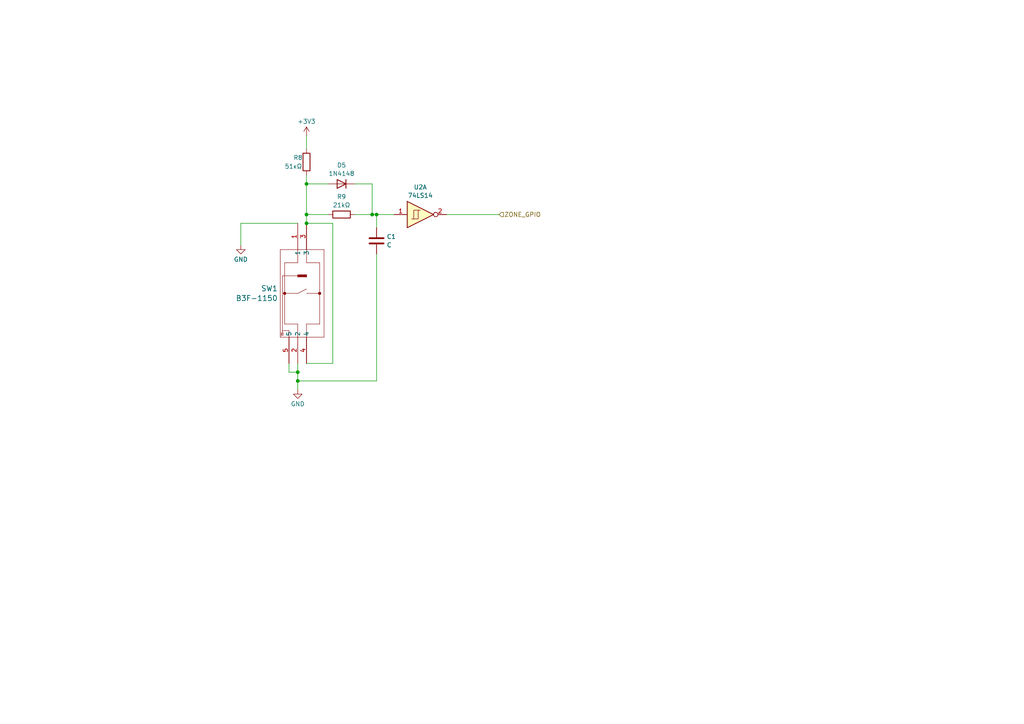
<source format=kicad_sch>
(kicad_sch (version 20230121) (generator eeschema)
  (paper "A4")
  (lib_symbols
    (symbol "74xx:74LS14" (pin_names (offset 1.016))
      (property "Reference" "U" (at 0 1.27 0))
      (property "Value" "74LS14" (at 0 -1.27 0))
      (symbol "74LS14_1_0"
        (polyline (pts (xy -3.81 3.81) (xy -3.81 -3.81) (xy 3.81 0) (xy -3.81 3.81)) (stroke (width 0.254)) (fill (type background)))
        (pin input line (at -7.62 0 0) (length 3.81) (name "~") (number "1"))
        (pin output inverted (at 7.62 0 180) (length 3.81) (name "~") (number "2"))
      )
      (symbol "74LS14_1_1"
        (polyline (pts (xy -1.905 -1.27) (xy -1.905 1.27) (xy -0.635 1.27)))
        (polyline (pts (xy -2.54 -1.27) (xy -0.635 -1.27) (xy -0.635 1.27) (xy 0 1.27)))
      )
      (symbol "74LS14_2_0"
        (polyline (pts (xy -3.81 3.81) (xy -3.81 -3.81) (xy 3.81 0) (xy -3.81 3.81)) (stroke (width 0.254)) (fill (type background)))
        (pin input line (at -7.62 0 0) (length 3.81) (name "~") (number "3"))
        (pin output inverted (at 7.62 0 180) (length 3.81) (name "~") (number "4"))
      )
      (symbol "74LS14_2_1"
        (polyline (pts (xy -1.905 -1.27) (xy -1.905 1.27) (xy -0.635 1.27)))
        (polyline (pts (xy -2.54 -1.27) (xy -0.635 -1.27) (xy -0.635 1.27) (xy 0 1.27)))
      )
      (symbol "74LS14_3_0"
        (polyline (pts (xy -3.81 3.81) (xy -3.81 -3.81) (xy 3.81 0) (xy -3.81 3.81)) (stroke (width 0.254)) (fill (type background)))
        (pin input line (at -7.62 0 0) (length 3.81) (name "~") (number "5"))
        (pin output inverted (at 7.62 0 180) (length 3.81) (name "~") (number "6"))
      )
      (symbol "74LS14_3_1"
        (polyline (pts (xy -1.905 -1.27) (xy -1.905 1.27) (xy -0.635 1.27)))
        (polyline (pts (xy -2.54 -1.27) (xy -0.635 -1.27) (xy -0.635 1.27) (xy 0 1.27)))
      )
      (symbol "74LS14_4_0"
        (polyline (pts (xy -3.81 3.81) (xy -3.81 -3.81) (xy 3.81 0) (xy -3.81 3.81)) (stroke (width 0.254)) (fill (type background)))
        (pin output inverted (at 7.62 0 180) (length 3.81) (name "~") (number "8"))
        (pin input line (at -7.62 0 0) (length 3.81) (name "~") (number "9"))
      )
      (symbol "74LS14_4_1"
        (polyline (pts (xy -1.905 -1.27) (xy -1.905 1.27) (xy -0.635 1.27)))
        (polyline (pts (xy -2.54 -1.27) (xy -0.635 -1.27) (xy -0.635 1.27) (xy 0 1.27)))
      )
      (symbol "74LS14_5_0"
        (polyline (pts (xy -3.81 3.81) (xy -3.81 -3.81) (xy 3.81 0) (xy -3.81 3.81)) (stroke (width 0.254)) (fill (type background)))
        (pin output inverted (at 7.62 0 180) (length 3.81) (name "~") (number "10"))
        (pin input line (at -7.62 0 0) (length 3.81) (name "~") (number "11"))
      )
      (symbol "74LS14_5_1"
        (polyline (pts (xy -1.905 -1.27) (xy -1.905 1.27) (xy -0.635 1.27)))
        (polyline (pts (xy -2.54 -1.27) (xy -0.635 -1.27) (xy -0.635 1.27) (xy 0 1.27)))
      )
      (symbol "74LS14_6_0"
        (polyline (pts (xy -3.81 3.81) (xy -3.81 -3.81) (xy 3.81 0) (xy -3.81 3.81)) (stroke (width 0.254)) (fill (type background)))
        (pin output inverted (at 7.62 0 180) (length 3.81) (name "~") (number "12"))
        (pin input line (at -7.62 0 0) (length 3.81) (name "~") (number "13"))
      )
      (symbol "74LS14_6_1"
        (polyline (pts (xy -1.905 -1.27) (xy -1.905 1.27) (xy -0.635 1.27)))
        (polyline (pts (xy -2.54 -1.27) (xy -0.635 -1.27) (xy -0.635 1.27) (xy 0 1.27)))
      )
      (symbol "74LS14_7_0"
        (pin power_in line (at 0 12.7 270) (length 5.08) (name "VCC") (number "14"))
        (pin power_in line (at 0 -12.7 90) (length 5.08) (name "GND") (number "7"))
      )
      (symbol "74LS14_7_1"
        (rectangle (start -5.08 7.62) (end 5.08 -7.62) (stroke (width 0.254)) (fill (type background)))
      )
    )
    (symbol "Device:C" (pin_numbers hide) (pin_names (offset 0.254))
      (property "Reference" "C" (at 0.635 2.54 0))
      (property "Value" "C" (at 0.635 -2.54 0))
      (symbol "C_0_1"
        (polyline (pts (xy -2.032 -0.762) (xy 2.032 -0.762)) (stroke (width 0.508)))
        (polyline (pts (xy -2.032 0.762) (xy 2.032 0.762)) (stroke (width 0.508)))
      )
      (symbol "C_1_1"
        (pin passive line (at 0 3.81 270) (length 2.794) (name "~") (number "1"))
        (pin passive line (at 0 -3.81 90) (length 2.794) (name "~") (number "2"))
      )
    )
    (symbol "Device:R" (pin_numbers hide) (pin_names (offset 0))
      (property "Reference" "R" (at 2.032 0 90))
      (property "Value" "R" (at 0 0 90))
      (symbol "R_0_1"
        (rectangle (start -1.016 -2.54) (end 1.016 2.54) (stroke (width 0.254)))
      )
      (symbol "R_1_1"
        (pin passive line (at 0 3.81 270) (length 1.27) (name "~") (number "1"))
        (pin passive line (at 0 -3.81 90) (length 1.27) (name "~") (number "2"))
      )
    )
    (symbol "Diode:1N4148" (pin_numbers hide) (pin_names hide)
      (property "Reference" "D" (at 0 2.54 0))
      (property "Value" "1N4148" (at 0 -2.54 0))
      (symbol "1N4148_0_1"
        (polyline (pts (xy -1.27 1.27) (xy -1.27 -1.27)) (stroke (width 0.254)))
        (polyline (pts (xy 1.27 0) (xy -1.27 0)))
        (polyline (pts (xy 1.27 1.27) (xy 1.27 -1.27) (xy -1.27 0) (xy 1.27 1.27)) (stroke (width 0.254)))
      )
      (symbol "1N4148_1_1"
        (pin passive line (at -3.81 0 0) (length 2.54) (name "K") (number "1"))
        (pin passive line (at 3.81 0 180) (length 2.54) (name "A") (number "2"))
      )
    )
    (symbol "power:+3V3" (power) (pin_names (offset 0))
      (property "Value" "+3V3" (at 0 3.556 0))
      (symbol "+3V3_0_1"
        (polyline (pts (xy -0.762 1.27) (xy 0 2.54)))
        (polyline (pts (xy 0 0) (xy 0 2.54)))
        (polyline (pts (xy 0 2.54) (xy 0.762 1.27)))
      )
      (symbol "+3V3_1_1"
        (pin power_in line (at 0 0 90) (length 0) hide (name "+3V3") (number "1"))
      )
    )
    (symbol "power:GND" (power) (pin_names (offset 0))
      (property "Value" "GND" (at 0 -3.81 0))
      (symbol "GND_0_1"
        (polyline (pts (xy 0 0) (xy 0 -1.27) (xy 1.27 -1.27) (xy 0 -2.54) (xy -1.27 -1.27) (xy 0 -1.27)))
      )
      (symbol "GND_1_1"
        (pin power_in line (at 0 0 270) (length 0) hide (name "GND") (number "1"))
      )
    )
    (symbol "tl2c-esp:B3F-1150" (pin_names (offset 0.254))
      (property "Reference" "SW" (at 20.32 10.16 0))
      (property "Value" "B3F-1150" (at 20.32 7.62 0))
      (symbol "B3F-1150_0_1"
        (polyline (pts (xy 7.62 -7.62) (xy 33.02 -7.62)) (stroke (width 0.127)))
        (polyline (pts (xy 7.62 -2.54) (xy 11.43 -2.54)) (stroke (width 0.127)))
        (polyline (pts (xy 7.62 0) (xy 11.43 0)) (stroke (width 0.127)))
        (polyline (pts (xy 7.62 5.08) (xy 7.62 -7.62)) (stroke (width 0.127)))
        (polyline (pts (xy 11.43 -6.35) (xy 29.21 -6.35)) (stroke (width 0.127)))
        (polyline (pts (xy 11.43 -2.54) (xy 11.43 -6.35)) (stroke (width 0.127)))
        (polyline (pts (xy 11.43 0) (xy 11.43 3.81)) (stroke (width 0.127)))
        (polyline (pts (xy 14.9225 -2.54) (xy 14.9225 0)) (stroke (width 0.127)))
        (polyline (pts (xy 14.9225 0) (xy 15.5575 0)) (stroke (width 0.127)))
        (polyline (pts (xy 15.24 0) (xy 15.24 4.445)) (stroke (width 0.127)))
        (polyline (pts (xy 15.24 4.445) (xy 31.75 4.445)) (stroke (width 0.127)))
        (polyline (pts (xy 15.5575 -2.54) (xy 14.9225 -2.54)) (stroke (width 0.127)))
        (polyline (pts (xy 15.5575 0) (xy 15.5575 -2.54)) (stroke (width 0.127)))
        (polyline (pts (xy 20.32 -2.54) (xy 20.32 -6.35)) (stroke (width 0.127)))
        (polyline (pts (xy 20.32 0) (xy 19.05 -2.54)) (stroke (width 0.127)))
        (polyline (pts (xy 20.32 3.81) (xy 20.32 0)) (stroke (width 0.127)))
        (polyline (pts (xy 29.21 -6.35) (xy 29.21 -2.54)) (stroke (width 0.127)))
        (polyline (pts (xy 29.21 -2.54) (xy 33.02 -2.54)) (stroke (width 0.127)))
        (polyline (pts (xy 29.21 0) (xy 29.21 3.81)) (stroke (width 0.127)))
        (polyline (pts (xy 29.21 3.81) (xy 11.43 3.81)) (stroke (width 0.127)))
        (polyline (pts (xy 31.115 2.54) (xy 33.02 2.54)) (stroke (width 0.127)))
        (polyline (pts (xy 31.115 4.445) (xy 31.115 2.54)) (stroke (width 0.127)))
        (polyline (pts (xy 31.75 4.1275) (xy 31.9088 4.7625)) (stroke (width 0.127)))
        (polyline (pts (xy 31.75 4.7625) (xy 32.5438 4.7625)) (stroke (width 0.127)))
        (polyline (pts (xy 32.0675 4.1275) (xy 32.2263 4.7625)) (stroke (width 0.127)))
        (polyline (pts (xy 32.5438 4.7625) (xy 32.385 4.1275)) (stroke (width 0.127)))
        (polyline (pts (xy 33.02 -7.62) (xy 33.02 5.08)) (stroke (width 0.127)))
        (polyline (pts (xy 33.02 0) (xy 29.21 0)) (stroke (width 0.127)))
        (polyline (pts (xy 33.02 5.08) (xy 7.62 5.08)) (stroke (width 0.127)))
        (polyline (pts (xy 15.5575 0) (xy 14.9225 0) (xy 14.9225 -2.54) (xy 15.5575 -2.54)) (fill (type outline)))
        (circle (center 20.32 -6.35) (radius 0.254) (stroke (width 0.381)))
        (circle (center 20.32 3.81) (radius 0.254) (stroke (width 0.381)))
        (pin unspecified line (at 0 0 0) (length 7.62) (name "1") (number "1"))
        (pin unspecified line (at 40.64 0 180) (length 7.62) (name "2") (number "2"))
        (pin unspecified line (at 0 -2.54 0) (length 7.62) (name "3") (number "3"))
        (pin unspecified line (at 40.64 -2.54 180) (length 7.62) (name "4") (number "4"))
        (pin unspecified line (at 40.64 2.54 180) (length 7.62) (name "5") (number "5"))
      )
    )
  )
  (junction (at 107.95 62.23))
  (junction (at 109.22 62.23))
  (junction (at 88.9 64.77))
  (junction (at 86.36 110.49))
  (junction (at 88.9 62.23))
  (junction (at 86.36 107.95))
  (junction (at 88.9 53.34))
  (wire (pts (xy 86.36 107.95) (xy 86.36 105.41)))
  (wire (pts (xy 83.82 107.95) (xy 86.36 107.95)))
  (wire (pts (xy 88.9 39.37) (xy 88.9 43.18)))
  (wire (pts (xy 109.22 62.23) (xy 114.3 62.23)))
  (wire (pts (xy 86.36 110.49) (xy 86.36 113.03)))
  (wire (pts (xy 107.95 62.23) (xy 109.22 62.23)))
  (wire (pts (xy 102.87 62.23) (xy 107.95 62.23)))
  (wire (pts (xy 88.9 62.23) (xy 88.9 64.77)))
  (wire (pts (xy 109.22 73.66) (xy 109.22 110.49)))
  (wire (pts (xy 129.54 62.23) (xy 144.78 62.23)))
  (wire (pts (xy 86.36 64.77) (xy 69.85 64.77)))
  (wire (pts (xy 107.95 53.34) (xy 107.95 62.23)))
  (wire (pts (xy 88.9 62.23) (xy 95.25 62.23)))
  (wire (pts (xy 96.52 105.41) (xy 88.9 105.41)))
  (wire (pts (xy 86.36 107.95) (xy 86.36 110.49)))
  (wire (pts (xy 88.9 53.34) (xy 95.25 53.34)))
  (wire (pts (xy 88.9 50.8) (xy 88.9 53.34)))
  (wire (pts (xy 102.87 53.34) (xy 107.95 53.34)))
  (wire (pts (xy 88.9 53.34) (xy 88.9 62.23)))
  (wire (pts (xy 96.52 64.77) (xy 96.52 105.41)))
  (wire (pts (xy 83.82 105.41) (xy 83.82 107.95)))
  (wire (pts (xy 69.85 64.77) (xy 69.85 71.12)))
  (wire (pts (xy 109.22 62.23) (xy 109.22 66.04)))
  (wire (pts (xy 109.22 110.49) (xy 86.36 110.49)))
  (wire (pts (xy 88.9 64.77) (xy 96.52 64.77)))
  (hierarchical_label "ZONE_GPIO" (shape input) (at 144.78 62.23 0))
  (symbol (lib_id "power:GND") (at 69.85 71.12 0) (unit 1)
    (property "Reference" "#PWR015" (effects hide))
    (property "Value" "GND" (at 69.85 75.2531 0))
  )
  (symbol (lib_id "74xx:74LS14") (at 121.92 62.23 0) (unit 1)
    (property "Reference" "U2" (at 121.92 54.2757 0))
    (property "Value" "74LS14" (at 121.92 56.6999 0))
    (property "Footprint" "Package_SO:SO-14_5.3x10.2mm_P1.27mm" (effects hide))
    (property "Datasheet" "http://www.ti.com/lit/gpn/sn74LS14" (effects hide))
  )
  (symbol (lib_id "Device:C") (at 109.22 69.85 0) (unit 1)
    (property "Reference" "C1" (at 112.141 68.6379 0) (effects (justify left)))
    (property "Value" "C" (at 112.141 71.0621 0) (effects (justify left)))
    (property "Footprint" "Capacitor_SMD:C_0805_2012Metric" (effects hide))
  )
  (symbol (lib_id "Device:R") (at 88.9 46.99 0) (mirror y) (unit 1)
    (property "Reference" "R8" (at 85.09 45.72 0) (effects (justify right)))
    (property "Value" "51κΩ" (at 82.55 48.26 0) (effects (justify right)))
    (property "Footprint" "Resistor_SMD:R_0805_2012Metric" (effects hide))
  )
  (symbol (lib_id "power:GND") (at 86.36 113.03 0) (unit 1)
    (property "Reference" "#PWR010" (effects hide))
    (property "Value" "GND" (at 86.36 117.1631 0))
  )
  (symbol (lib_id "power:+3V3") (at 88.9 39.37 0) (unit 1)
    (property "Reference" "#PWR09" (effects hide))
    (property "Value" "+3V3" (at 88.9 35.2369 0))
  )
  (symbol (lib_id "Diode:1N4148") (at 99.06 53.34 180) (unit 1)
    (property "Reference" "D5" (at 99.06 47.9257 0))
    (property "Value" "1N4148" (at 99.06 50.3499 0))
    (property "Footprint" "Diode_THT:D_DO-35_SOD27_P7.62mm_Horizontal" (effects hide))
    (property "Datasheet" "https://assets.nexperia.com/documents/data-sheet/1N4148_1N4448.pdf" (effects hide))
    (property "Sim.Device" "D" (effects hide))
    (property "Sim.Pins" "1=K 2=A" (effects hide))
  )
  (symbol (lib_id "Device:R") (at 99.06 62.23 270) (mirror x) (unit 1)
    (property "Reference" "R9" (at 99.06 57.0697 90))
    (property "Value" "21kΩ" (at 99.06 59.4939 90))
    (property "Footprint" "Resistor_SMD:R_0805_2012Metric" (effects hide))
  )
  (symbol (lib_id "tl2c-esp:B3F-1150") (at 86.36 64.77 90) (mirror x) (unit 1)
    (property "Reference" "SW1" (at 80.5815 83.6736 90) (effects (font (size 1.524 1.524)) (justify left)))
    (property "Value" "B3F-1150" (at 80.5815 86.5064 90) (effects (font (size 1.524 1.524)) (justify left)))
    (property "Footprint" "tl2c-esp:SW_B3F-1150_OMR" (effects hide))
    (property "Datasheet" "B3F-1150" (effects hide))
  )
)
</source>
